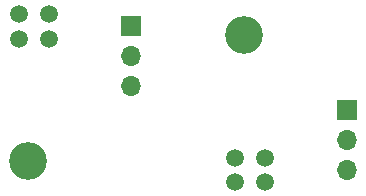
<source format=gbr>
G04 #@! TF.GenerationSoftware,KiCad,Pcbnew,6.0.8-f2edbf62ab~116~ubuntu20.04.1*
G04 #@! TF.CreationDate,2022-11-03T13:34:09-03:00*
G04 #@! TF.ProjectId,sensor_gnuiiium_lateral,73656e73-6f72-45f6-976e-75696969756d,rev?*
G04 #@! TF.SameCoordinates,Original*
G04 #@! TF.FileFunction,Soldermask,Bot*
G04 #@! TF.FilePolarity,Negative*
%FSLAX46Y46*%
G04 Gerber Fmt 4.6, Leading zero omitted, Abs format (unit mm)*
G04 Created by KiCad (PCBNEW 6.0.8-f2edbf62ab~116~ubuntu20.04.1) date 2022-11-03 13:34:09*
%MOMM*%
%LPD*%
G01*
G04 APERTURE LIST*
%ADD10C,3.200000*%
%ADD11R,1.700000X1.700000*%
%ADD12O,1.700000X1.700000*%
%ADD13C,1.500000*%
G04 APERTURE END LIST*
D10*
G04 #@! TO.C,REF\u002A\u002A*
X145544000Y-85568000D03*
G04 #@! TD*
G04 #@! TO.C,REF\u002A\u002A*
X163830000Y-74930000D03*
G04 #@! TD*
D11*
G04 #@! TO.C,REF\u002A\u002A*
X154305000Y-74155000D03*
D12*
X154305000Y-76695000D03*
X154305000Y-79235000D03*
G04 #@! TD*
G04 #@! TO.C,REF\u002A\u002A*
X172591000Y-86358400D03*
X172591000Y-83818400D03*
D11*
X172591000Y-81278400D03*
G04 #@! TD*
D13*
G04 #@! TO.C,U1*
X144780000Y-73100000D03*
X147320000Y-73100000D03*
X147320000Y-75210000D03*
X144780000Y-75210000D03*
G04 #@! TD*
G04 #@! TO.C,U1*
X163066000Y-87398400D03*
X165606000Y-87398400D03*
X165606000Y-85288400D03*
X163066000Y-85288400D03*
G04 #@! TD*
M02*

</source>
